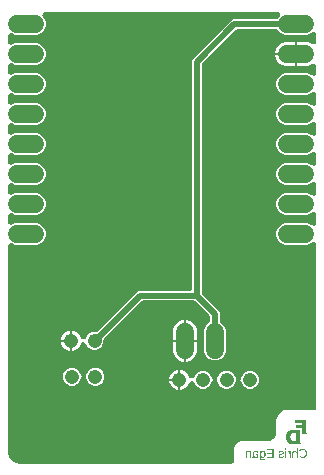
<source format=gbr>
G04 EAGLE Gerber RS-274X export*
G75*
%MOMM*%
%FSLAX34Y34*%
%LPD*%
%INBottom Copper*%
%IPPOS*%
%AMOC8*
5,1,8,0,0,1.08239X$1,22.5*%
G01*
G04 Define Apertures*
%ADD10C,1.208000*%
%ADD11C,1.524000*%
%ADD12C,0.508000*%
G36*
X192958Y2741D02*
X193792Y3313D01*
X194337Y4164D01*
X194455Y5594D01*
X194346Y6123D01*
X194319Y6370D01*
X194310Y7614D01*
X194310Y7628D01*
X194310Y15178D01*
X194316Y15302D01*
X194420Y16355D01*
X194468Y16598D01*
X194757Y17551D01*
X194852Y17780D01*
X195321Y18658D01*
X195459Y18864D01*
X196091Y19634D01*
X196266Y19809D01*
X197036Y20441D01*
X197242Y20579D01*
X198120Y21048D01*
X198349Y21143D01*
X199302Y21432D01*
X199545Y21480D01*
X200598Y21584D01*
X200722Y21590D01*
X222125Y21590D01*
X222374Y21602D01*
X223488Y21712D01*
X223976Y21809D01*
X224927Y22097D01*
X225387Y22288D01*
X226263Y22756D01*
X226677Y23033D01*
X227445Y23663D01*
X227797Y24015D01*
X228427Y24783D01*
X228704Y25197D01*
X229172Y26073D01*
X229363Y26533D01*
X229651Y27484D01*
X229748Y27972D01*
X229858Y29086D01*
X229870Y29335D01*
X229870Y38044D01*
X229875Y38155D01*
X230015Y39754D01*
X230053Y39971D01*
X230454Y41468D01*
X230530Y41676D01*
X231184Y43079D01*
X231295Y43271D01*
X232183Y44540D01*
X232325Y44709D01*
X233421Y45805D01*
X233590Y45947D01*
X234859Y46835D01*
X235051Y46946D01*
X236454Y47600D01*
X236662Y47676D01*
X238159Y48077D01*
X238376Y48115D01*
X239975Y48255D01*
X240086Y48260D01*
X256478Y48260D01*
X256602Y48254D01*
X258150Y48101D01*
X258394Y48053D01*
X259025Y47861D01*
X259763Y47752D01*
X260873Y47752D01*
X261089Y47724D01*
X262097Y47794D01*
X262998Y48252D01*
X263650Y49025D01*
X263960Y50242D01*
X263960Y187521D01*
X263759Y188512D01*
X263187Y189346D01*
X262336Y189891D01*
X261339Y190060D01*
X260355Y189828D01*
X259639Y189328D01*
X256270Y187933D01*
X237393Y187933D01*
X234032Y189325D01*
X231460Y191897D01*
X230067Y195258D01*
X230067Y198895D01*
X231460Y202256D01*
X234032Y204828D01*
X237393Y206221D01*
X256270Y206221D01*
X259641Y204824D01*
X260467Y204277D01*
X261461Y204092D01*
X262448Y204309D01*
X263273Y204894D01*
X263804Y205754D01*
X263960Y206632D01*
X263960Y212921D01*
X263759Y213912D01*
X263187Y214746D01*
X262336Y215291D01*
X261339Y215460D01*
X260355Y215228D01*
X259639Y214728D01*
X256270Y213333D01*
X237393Y213333D01*
X234032Y214725D01*
X231460Y217297D01*
X230067Y220658D01*
X230067Y224295D01*
X231460Y227656D01*
X234032Y230228D01*
X237393Y231621D01*
X256270Y231621D01*
X259641Y230224D01*
X260467Y229677D01*
X261461Y229492D01*
X262448Y229709D01*
X263273Y230294D01*
X263804Y231154D01*
X263960Y232032D01*
X263960Y238321D01*
X263759Y239312D01*
X263187Y240146D01*
X262336Y240691D01*
X261339Y240860D01*
X260355Y240628D01*
X259639Y240128D01*
X256270Y238733D01*
X237393Y238733D01*
X234032Y240125D01*
X231460Y242697D01*
X230067Y246058D01*
X230067Y249695D01*
X231460Y253056D01*
X234032Y255628D01*
X237393Y257021D01*
X256270Y257021D01*
X259641Y255624D01*
X260467Y255077D01*
X261461Y254892D01*
X262448Y255109D01*
X263273Y255694D01*
X263804Y256554D01*
X263960Y257432D01*
X263960Y263721D01*
X263759Y264712D01*
X263187Y265546D01*
X262336Y266091D01*
X261339Y266260D01*
X260355Y266028D01*
X259639Y265528D01*
X256270Y264133D01*
X237393Y264133D01*
X234032Y265525D01*
X231460Y268097D01*
X230067Y271458D01*
X230067Y275095D01*
X231460Y278456D01*
X234032Y281028D01*
X237393Y282421D01*
X256270Y282421D01*
X259641Y281024D01*
X260467Y280477D01*
X261461Y280292D01*
X262448Y280509D01*
X263273Y281094D01*
X263804Y281954D01*
X263960Y282832D01*
X263960Y289121D01*
X263759Y290112D01*
X263187Y290946D01*
X262336Y291491D01*
X261339Y291660D01*
X260355Y291428D01*
X259639Y290928D01*
X256270Y289533D01*
X237393Y289533D01*
X234032Y290925D01*
X231460Y293497D01*
X230067Y296858D01*
X230067Y300495D01*
X231460Y303856D01*
X234032Y306428D01*
X237393Y307821D01*
X256270Y307821D01*
X259641Y306424D01*
X260467Y305877D01*
X261461Y305692D01*
X262448Y305909D01*
X263273Y306494D01*
X263804Y307354D01*
X263960Y308232D01*
X263960Y314521D01*
X263759Y315512D01*
X263187Y316346D01*
X262336Y316891D01*
X261339Y317060D01*
X260355Y316828D01*
X259639Y316328D01*
X256270Y314933D01*
X237393Y314933D01*
X234032Y316325D01*
X231460Y318897D01*
X230067Y322258D01*
X230067Y325895D01*
X231460Y329256D01*
X234032Y331828D01*
X237393Y333221D01*
X256270Y333221D01*
X259641Y331824D01*
X260467Y331277D01*
X261461Y331092D01*
X262448Y331309D01*
X263273Y331894D01*
X263804Y332754D01*
X263960Y333632D01*
X263960Y338617D01*
X263759Y339607D01*
X263187Y340441D01*
X262336Y340986D01*
X261339Y341155D01*
X260448Y340963D01*
X256472Y339317D01*
X247593Y339317D01*
X247593Y359637D01*
X256472Y359637D01*
X260448Y357990D01*
X261440Y357796D01*
X262429Y358005D01*
X263259Y358584D01*
X263797Y359440D01*
X263960Y360336D01*
X263960Y365321D01*
X263759Y366312D01*
X263187Y367146D01*
X262336Y367691D01*
X261339Y367860D01*
X260355Y367628D01*
X259639Y367128D01*
X256270Y365733D01*
X237393Y365733D01*
X234032Y367125D01*
X231102Y370054D01*
X231102Y370053D01*
X231081Y370084D01*
X230234Y370635D01*
X229300Y370813D01*
X197272Y370813D01*
X196281Y370611D01*
X195476Y370069D01*
X167368Y341961D01*
X166810Y341118D01*
X166624Y340165D01*
X166624Y147515D01*
X166825Y146525D01*
X167368Y145719D01*
X181245Y131842D01*
X181864Y130348D01*
X181864Y124211D01*
X182065Y123221D01*
X182637Y122387D01*
X182660Y122372D01*
X185552Y119480D01*
X186944Y116119D01*
X186944Y97241D01*
X185552Y93880D01*
X182980Y91308D01*
X179619Y89916D01*
X175981Y89916D01*
X172620Y91308D01*
X170048Y93880D01*
X168656Y97241D01*
X168656Y116119D01*
X170048Y119480D01*
X172978Y122409D01*
X172977Y122410D01*
X173007Y122430D01*
X173558Y123278D01*
X173736Y124211D01*
X173736Y126805D01*
X173535Y127795D01*
X172992Y128601D01*
X161621Y139972D01*
X160778Y140530D01*
X159825Y140716D01*
X117035Y140716D01*
X116045Y140515D01*
X115239Y139972D01*
X84348Y109081D01*
X83790Y108238D01*
X83604Y107285D01*
X83604Y105175D01*
X82452Y102395D01*
X80325Y100268D01*
X77545Y99116D01*
X74535Y99116D01*
X71755Y100268D01*
X69628Y102395D01*
X68937Y104064D01*
X68372Y104902D01*
X67524Y105453D01*
X66529Y105631D01*
X65544Y105406D01*
X64724Y104815D01*
X64243Y104064D01*
X63314Y101820D01*
X60900Y99406D01*
X57747Y98100D01*
X56802Y98100D01*
X56802Y115260D01*
X57747Y115260D01*
X60900Y113954D01*
X63314Y111540D01*
X64243Y109296D01*
X64808Y108458D01*
X65655Y107907D01*
X66651Y107729D01*
X67636Y107954D01*
X68456Y108545D01*
X68937Y109296D01*
X69628Y110965D01*
X71755Y113092D01*
X74535Y114244D01*
X76965Y114244D01*
X77955Y114445D01*
X78761Y114988D01*
X111998Y148225D01*
X113492Y148844D01*
X155956Y148844D01*
X156947Y149045D01*
X157780Y149617D01*
X158325Y150468D01*
X158496Y151384D01*
X158496Y343708D01*
X159115Y345202D01*
X192234Y378322D01*
X193728Y378941D01*
X229300Y378941D01*
X230291Y379142D01*
X231125Y379713D01*
X231140Y379737D01*
X232387Y380984D01*
X232946Y381827D01*
X233131Y382821D01*
X232914Y383808D01*
X232329Y384632D01*
X231469Y385164D01*
X230591Y385320D01*
X34472Y385320D01*
X33481Y385119D01*
X32647Y384547D01*
X32102Y383696D01*
X31933Y382699D01*
X32166Y381715D01*
X32676Y380984D01*
X33603Y380056D01*
X34995Y376695D01*
X34995Y373058D01*
X33603Y369697D01*
X31031Y367125D01*
X27670Y365733D01*
X8793Y365733D01*
X6052Y366868D01*
X5060Y367061D01*
X4071Y366852D01*
X3242Y366274D01*
X2704Y365418D01*
X2540Y364521D01*
X2540Y359832D01*
X2741Y358841D01*
X3313Y358008D01*
X4164Y357463D01*
X5161Y357293D01*
X6052Y357485D01*
X8793Y358621D01*
X27670Y358621D01*
X31031Y357228D01*
X33603Y354656D01*
X34995Y351295D01*
X34995Y347658D01*
X33603Y344297D01*
X31031Y341725D01*
X27670Y340333D01*
X8793Y340333D01*
X6052Y341468D01*
X5060Y341661D01*
X4071Y341452D01*
X3242Y340874D01*
X2704Y340018D01*
X2540Y339121D01*
X2540Y334432D01*
X2741Y333441D01*
X3313Y332608D01*
X4164Y332063D01*
X5161Y331893D01*
X6052Y332085D01*
X8793Y333221D01*
X27670Y333221D01*
X31031Y331828D01*
X33603Y329256D01*
X34995Y325895D01*
X34995Y322258D01*
X33603Y318897D01*
X31031Y316325D01*
X27670Y314933D01*
X8793Y314933D01*
X6052Y316068D01*
X5060Y316261D01*
X4071Y316052D01*
X3242Y315474D01*
X2704Y314618D01*
X2540Y313721D01*
X2540Y309032D01*
X2741Y308041D01*
X3313Y307208D01*
X4164Y306663D01*
X5161Y306493D01*
X6052Y306685D01*
X8793Y307821D01*
X27670Y307821D01*
X31031Y306428D01*
X33603Y303856D01*
X34995Y300495D01*
X34995Y296858D01*
X33603Y293497D01*
X31031Y290925D01*
X27670Y289533D01*
X8793Y289533D01*
X6052Y290668D01*
X5060Y290861D01*
X4071Y290652D01*
X3242Y290074D01*
X2704Y289218D01*
X2540Y288321D01*
X2540Y283632D01*
X2741Y282641D01*
X3313Y281808D01*
X4164Y281263D01*
X5161Y281093D01*
X6052Y281285D01*
X8793Y282421D01*
X27670Y282421D01*
X31031Y281028D01*
X33603Y278456D01*
X34995Y275095D01*
X34995Y271458D01*
X33603Y268097D01*
X31031Y265525D01*
X27670Y264133D01*
X8793Y264133D01*
X6052Y265268D01*
X5060Y265461D01*
X4071Y265252D01*
X3242Y264674D01*
X2704Y263818D01*
X2540Y262921D01*
X2540Y258232D01*
X2741Y257241D01*
X3313Y256408D01*
X4164Y255863D01*
X5161Y255693D01*
X6052Y255885D01*
X8793Y257021D01*
X27670Y257021D01*
X31031Y255628D01*
X33603Y253056D01*
X34995Y249695D01*
X34995Y246058D01*
X33603Y242697D01*
X31031Y240125D01*
X27670Y238733D01*
X8793Y238733D01*
X6052Y239868D01*
X5060Y240061D01*
X4071Y239852D01*
X3242Y239274D01*
X2704Y238418D01*
X2540Y237521D01*
X2540Y232832D01*
X2741Y231841D01*
X3313Y231008D01*
X4164Y230463D01*
X5161Y230293D01*
X6052Y230485D01*
X8793Y231621D01*
X27670Y231621D01*
X31031Y230228D01*
X33603Y227656D01*
X34995Y224295D01*
X34995Y220658D01*
X33603Y217297D01*
X31031Y214725D01*
X27670Y213333D01*
X8793Y213333D01*
X6052Y214468D01*
X5060Y214661D01*
X4071Y214452D01*
X3242Y213874D01*
X2704Y213018D01*
X2540Y212121D01*
X2540Y207432D01*
X2741Y206441D01*
X3313Y205608D01*
X4164Y205063D01*
X5161Y204893D01*
X6052Y205085D01*
X8793Y206221D01*
X27670Y206221D01*
X31031Y204828D01*
X33603Y202256D01*
X34995Y198895D01*
X34995Y195258D01*
X33603Y191897D01*
X31031Y189325D01*
X27670Y187933D01*
X8793Y187933D01*
X6052Y189068D01*
X5060Y189261D01*
X4071Y189052D01*
X3242Y188474D01*
X2704Y187618D01*
X2540Y186721D01*
X2540Y12700D01*
X2627Y12043D01*
X3647Y8233D01*
X4305Y7094D01*
X7094Y4305D01*
X8233Y3647D01*
X12043Y2627D01*
X12700Y2540D01*
X191968Y2540D01*
X192958Y2741D01*
G37*
%LPC*%
G36*
X229051Y350239D02*
X229051Y351497D01*
X230598Y355232D01*
X233456Y358090D01*
X237191Y359637D01*
X246069Y359637D01*
X246069Y350239D01*
X229051Y350239D01*
G37*
G36*
X237191Y339317D02*
X233456Y340863D01*
X230598Y343721D01*
X229051Y347456D01*
X229051Y348715D01*
X246069Y348715D01*
X246069Y339317D01*
X237191Y339317D01*
G37*
G36*
X142240Y107442D02*
X142240Y116321D01*
X143787Y120055D01*
X146645Y122913D01*
X150379Y124460D01*
X151638Y124460D01*
X151638Y107442D01*
X142240Y107442D01*
G37*
G36*
X153162Y107442D02*
X153162Y124460D01*
X154421Y124460D01*
X158155Y122913D01*
X161013Y120055D01*
X162560Y116321D01*
X162560Y107442D01*
X153162Y107442D01*
G37*
G36*
X47460Y107442D02*
X47460Y108387D01*
X48766Y111540D01*
X51180Y113954D01*
X54333Y115260D01*
X55278Y115260D01*
X55278Y107442D01*
X47460Y107442D01*
G37*
G36*
X153162Y88900D02*
X153162Y105918D01*
X162560Y105918D01*
X162560Y97039D01*
X161013Y93305D01*
X158155Y90447D01*
X154421Y88900D01*
X153162Y88900D01*
G37*
G36*
X150379Y88900D02*
X146645Y90447D01*
X143787Y93305D01*
X142240Y97039D01*
X142240Y105918D01*
X151638Y105918D01*
X151638Y88900D01*
X150379Y88900D01*
G37*
G36*
X54333Y98100D02*
X51180Y99406D01*
X48766Y101820D01*
X47460Y104973D01*
X47460Y105918D01*
X55278Y105918D01*
X55278Y98100D01*
X54333Y98100D01*
G37*
G36*
X75335Y68636D02*
X72555Y69788D01*
X70428Y71915D01*
X69187Y74911D01*
X68622Y75749D01*
X67946Y76189D01*
X68706Y76738D01*
X69187Y77489D01*
X70428Y80485D01*
X72555Y82612D01*
X75335Y83764D01*
X78345Y83764D01*
X81125Y82612D01*
X83252Y80485D01*
X84404Y77705D01*
X84404Y74695D01*
X83252Y71915D01*
X81125Y69788D01*
X78345Y68636D01*
X75335Y68636D01*
G37*
G36*
X55335Y68636D02*
X52555Y69788D01*
X50428Y71915D01*
X49276Y74695D01*
X49276Y77705D01*
X50428Y80485D01*
X52555Y82612D01*
X55335Y83764D01*
X58345Y83764D01*
X61125Y82612D01*
X63252Y80485D01*
X64493Y77489D01*
X65058Y76651D01*
X65734Y76211D01*
X64974Y75662D01*
X64493Y74911D01*
X63252Y71915D01*
X61125Y69788D01*
X58345Y68636D01*
X55335Y68636D01*
G37*
G36*
X139220Y74422D02*
X139220Y75367D01*
X140526Y78520D01*
X142940Y80934D01*
X146093Y82240D01*
X147038Y82240D01*
X147038Y74422D01*
X139220Y74422D01*
G37*
G36*
X148562Y65080D02*
X148562Y82240D01*
X149507Y82240D01*
X152660Y80934D01*
X155074Y78520D01*
X156003Y76276D01*
X156568Y75438D01*
X157415Y74887D01*
X158411Y74709D01*
X159396Y74934D01*
X160216Y75525D01*
X160697Y76276D01*
X161388Y77945D01*
X163515Y80072D01*
X166295Y81224D01*
X169305Y81224D01*
X172085Y80072D01*
X174212Y77945D01*
X175453Y74949D01*
X176018Y74111D01*
X176694Y73671D01*
X175934Y73122D01*
X175453Y72371D01*
X174212Y69375D01*
X172085Y67248D01*
X169305Y66096D01*
X166295Y66096D01*
X163515Y67248D01*
X161388Y69375D01*
X160697Y71044D01*
X160132Y71882D01*
X159284Y72433D01*
X158289Y72611D01*
X157304Y72386D01*
X156484Y71795D01*
X156003Y71044D01*
X155074Y68800D01*
X152660Y66386D01*
X149507Y65080D01*
X148562Y65080D01*
G37*
G36*
X206295Y66096D02*
X203515Y67248D01*
X201388Y69375D01*
X200147Y72371D01*
X199582Y73209D01*
X198906Y73649D01*
X199666Y74198D01*
X200147Y74949D01*
X201388Y77945D01*
X203515Y80072D01*
X206295Y81224D01*
X209305Y81224D01*
X212085Y80072D01*
X214212Y77945D01*
X215364Y75165D01*
X215364Y72155D01*
X214212Y69375D01*
X212085Y67248D01*
X209305Y66096D01*
X206295Y66096D01*
G37*
G36*
X186295Y66096D02*
X183515Y67248D01*
X181388Y69375D01*
X180147Y72371D01*
X179582Y73209D01*
X178906Y73649D01*
X179666Y74198D01*
X180147Y74949D01*
X181388Y77945D01*
X183515Y80072D01*
X186295Y81224D01*
X189305Y81224D01*
X192085Y80072D01*
X194212Y77945D01*
X195453Y74949D01*
X196018Y74111D01*
X196694Y73671D01*
X195934Y73122D01*
X195453Y72371D01*
X194212Y69375D01*
X192085Y67248D01*
X189305Y66096D01*
X186295Y66096D01*
G37*
G36*
X146093Y65080D02*
X142940Y66386D01*
X140526Y68800D01*
X139220Y71953D01*
X139220Y72898D01*
X147038Y72898D01*
X147038Y65080D01*
X146093Y65080D01*
G37*
%LPD*%
G36*
X218886Y5412D02*
X219279Y5480D01*
X219626Y5594D01*
X219925Y5754D01*
X220176Y5956D01*
X220378Y6196D01*
X220530Y6474D01*
X220634Y6791D01*
X219684Y6927D01*
X219622Y6742D01*
X219532Y6579D01*
X219413Y6439D01*
X219266Y6321D01*
X219092Y6228D01*
X218893Y6161D01*
X218668Y6122D01*
X218419Y6108D01*
X218248Y6115D01*
X218239Y6116D01*
X218088Y6134D01*
X217939Y6166D01*
X217801Y6212D01*
X217674Y6270D01*
X217558Y6341D01*
X217453Y6425D01*
X217360Y6522D01*
X217277Y6631D01*
X217205Y6754D01*
X217095Y7038D01*
X217029Y7374D01*
X217007Y7762D01*
X217007Y8675D01*
X217017Y8675D01*
X217163Y8419D01*
X217335Y8197D01*
X217531Y8008D01*
X217744Y7859D01*
X217752Y7854D01*
X217995Y7733D01*
X218258Y7647D01*
X218541Y7595D01*
X218844Y7578D01*
X219096Y7589D01*
X219331Y7621D01*
X219549Y7675D01*
X219750Y7751D01*
X219933Y7849D01*
X220099Y7968D01*
X220248Y8108D01*
X220379Y8271D01*
X220494Y8456D01*
X220594Y8667D01*
X220678Y8902D01*
X220747Y9162D01*
X220801Y9447D01*
X220839Y9756D01*
X220862Y10090D01*
X220870Y10449D01*
X220862Y10813D01*
X220837Y11153D01*
X220796Y11468D01*
X220738Y11758D01*
X220664Y12024D01*
X220573Y12265D01*
X220466Y12481D01*
X220342Y12672D01*
X220202Y12840D01*
X220044Y12986D01*
X219870Y13109D01*
X219678Y13210D01*
X219469Y13288D01*
X219243Y13344D01*
X218999Y13377D01*
X218739Y13389D01*
X218447Y13371D01*
X218175Y13320D01*
X217923Y13234D01*
X217692Y13113D01*
X217482Y12961D01*
X217299Y12779D01*
X217140Y12568D01*
X217007Y12328D01*
X216996Y12328D01*
X216975Y12874D01*
X216954Y13175D01*
X216933Y13299D01*
X216036Y13299D01*
X216059Y12864D01*
X216067Y12124D01*
X216067Y7783D01*
X216076Y7493D01*
X216104Y7222D01*
X216151Y6969D01*
X216216Y6736D01*
X216299Y6521D01*
X216401Y6324D01*
X216522Y6147D01*
X216661Y5988D01*
X216819Y5847D01*
X216996Y5726D01*
X217191Y5623D01*
X217405Y5539D01*
X217637Y5473D01*
X217888Y5427D01*
X218157Y5399D01*
X218445Y5389D01*
X218886Y5412D01*
G37*
%LPC*%
G36*
X218307Y8293D02*
X218102Y8342D01*
X217910Y8424D01*
X217731Y8539D01*
X217568Y8684D01*
X217480Y8790D01*
X217424Y8858D01*
X217300Y9061D01*
X217196Y9292D01*
X217113Y9549D01*
X217054Y9829D01*
X217018Y10133D01*
X217007Y10460D01*
X217018Y10794D01*
X217054Y11105D01*
X217113Y11391D01*
X217196Y11654D01*
X217300Y11890D01*
X217423Y12096D01*
X217566Y12273D01*
X217728Y12420D01*
X217906Y12536D01*
X218095Y12619D01*
X218296Y12669D01*
X218508Y12685D01*
X218683Y12677D01*
X218845Y12653D01*
X218996Y12611D01*
X219134Y12554D01*
X219259Y12480D01*
X219373Y12390D01*
X219474Y12283D01*
X219563Y12160D01*
X219640Y12019D01*
X219708Y11857D01*
X219764Y11675D01*
X219811Y11473D01*
X219873Y11007D01*
X219894Y10460D01*
X219874Y9918D01*
X219816Y9458D01*
X219773Y9259D01*
X219719Y9081D01*
X219656Y8923D01*
X219584Y8785D01*
X219500Y8666D01*
X219401Y8563D01*
X219290Y8475D01*
X219164Y8403D01*
X219025Y8348D01*
X218871Y8308D01*
X218704Y8284D01*
X218524Y8276D01*
X218307Y8293D01*
G37*
%LPD*%
G36*
X213387Y7522D02*
X213581Y7543D01*
X213761Y7579D01*
X213929Y7628D01*
X214083Y7691D01*
X214224Y7769D01*
X214351Y7861D01*
X214465Y7966D01*
X214566Y8085D01*
X214654Y8213D01*
X214728Y8352D01*
X214788Y8502D01*
X214835Y8662D01*
X214869Y8833D01*
X214889Y9014D01*
X214896Y9205D01*
X214887Y9419D01*
X214860Y9621D01*
X214814Y9809D01*
X214751Y9985D01*
X214669Y10148D01*
X214570Y10298D01*
X214452Y10435D01*
X214316Y10559D01*
X214160Y10671D01*
X213981Y10768D01*
X213781Y10852D01*
X213558Y10922D01*
X213313Y10978D01*
X213046Y11020D01*
X212756Y11049D01*
X212445Y11063D01*
X211169Y11084D01*
X211169Y11394D01*
X211187Y11716D01*
X211243Y11988D01*
X211334Y12212D01*
X211463Y12386D01*
X211631Y12517D01*
X211841Y12611D01*
X212093Y12667D01*
X212387Y12685D01*
X212683Y12672D01*
X212935Y12632D01*
X213145Y12564D01*
X213311Y12470D01*
X213441Y12346D01*
X213542Y12191D01*
X213614Y12003D01*
X213657Y11782D01*
X214644Y11872D01*
X214607Y12057D01*
X214555Y12231D01*
X214490Y12393D01*
X214411Y12542D01*
X214318Y12680D01*
X214210Y12806D01*
X214089Y12919D01*
X213954Y13021D01*
X213804Y13111D01*
X213641Y13189D01*
X213463Y13255D01*
X213272Y13309D01*
X213066Y13351D01*
X212847Y13380D01*
X212613Y13398D01*
X212366Y13404D01*
X212106Y13397D01*
X211864Y13374D01*
X211637Y13335D01*
X211428Y13282D01*
X211234Y13213D01*
X211058Y13128D01*
X210898Y13029D01*
X210754Y12914D01*
X210628Y12784D01*
X210518Y12641D01*
X210425Y12484D01*
X210349Y12313D01*
X210290Y12129D01*
X210248Y11931D01*
X210222Y11719D01*
X210214Y11494D01*
X210214Y9048D01*
X210207Y8851D01*
X210186Y8680D01*
X210152Y8534D01*
X210104Y8415D01*
X210036Y8322D01*
X209943Y8256D01*
X209826Y8216D01*
X209684Y8203D01*
X209538Y8212D01*
X209374Y8239D01*
X209374Y7651D01*
X209735Y7589D01*
X210104Y7568D01*
X210348Y7585D01*
X210557Y7636D01*
X210730Y7723D01*
X210867Y7843D01*
X210974Y8000D01*
X211054Y8197D01*
X211109Y8432D01*
X211138Y8707D01*
X211169Y8707D01*
X211358Y8405D01*
X211561Y8151D01*
X211779Y7944D01*
X212012Y7785D01*
X212265Y7667D01*
X212544Y7583D01*
X212849Y7532D01*
X213179Y7515D01*
X213387Y7522D01*
G37*
%LPC*%
G36*
X212712Y8238D02*
X212473Y8283D01*
X212250Y8357D01*
X212040Y8460D01*
X211849Y8589D01*
X211679Y8740D01*
X211530Y8913D01*
X211403Y9108D01*
X211300Y9316D01*
X211227Y9526D01*
X211184Y9739D01*
X211169Y9956D01*
X211169Y10423D01*
X212203Y10402D01*
X212516Y10390D01*
X212789Y10363D01*
X213021Y10321D01*
X213214Y10266D01*
X213375Y10194D01*
X213517Y10105D01*
X213639Y10000D01*
X213741Y9877D01*
X213821Y9736D01*
X213879Y9574D01*
X213913Y9392D01*
X213925Y9189D01*
X213909Y8972D01*
X213862Y8780D01*
X213785Y8615D01*
X213675Y8476D01*
X213538Y8365D01*
X213373Y8287D01*
X213182Y8239D01*
X212964Y8224D01*
X212712Y8238D01*
G37*
%LPD*%
G36*
X227596Y15016D02*
X221984Y15016D01*
X221984Y14197D01*
X226593Y14197D01*
X226593Y11824D01*
X222299Y11824D01*
X222299Y11016D01*
X226593Y11016D01*
X226593Y8439D01*
X221769Y8439D01*
X221769Y7620D01*
X227596Y7620D01*
X227596Y15016D01*
G37*
G36*
X252663Y7522D02*
X252928Y7544D01*
X253184Y7580D01*
X253431Y7631D01*
X253668Y7696D01*
X253895Y7776D01*
X254114Y7871D01*
X254322Y7980D01*
X254520Y8102D01*
X254706Y8237D01*
X254880Y8384D01*
X255041Y8544D01*
X255191Y8716D01*
X255328Y8901D01*
X255453Y9098D01*
X255566Y9308D01*
X255667Y9528D01*
X255753Y9759D01*
X255827Y10000D01*
X255887Y10250D01*
X255934Y10511D01*
X255967Y10781D01*
X255987Y11062D01*
X255994Y11352D01*
X255979Y11782D01*
X255934Y12189D01*
X255860Y12571D01*
X255755Y12929D01*
X255621Y13264D01*
X255457Y13574D01*
X255263Y13861D01*
X255039Y14124D01*
X254788Y14359D01*
X254515Y14562D01*
X254219Y14734D01*
X253900Y14875D01*
X253558Y14985D01*
X253192Y15063D01*
X252804Y15110D01*
X252393Y15126D01*
X252104Y15119D01*
X251827Y15097D01*
X251562Y15061D01*
X251309Y15011D01*
X251069Y14946D01*
X250840Y14866D01*
X250624Y14772D01*
X250420Y14664D01*
X250228Y14542D01*
X250050Y14405D01*
X249884Y14255D01*
X249732Y14091D01*
X249593Y13913D01*
X249467Y13720D01*
X249354Y13514D01*
X249254Y13294D01*
X250204Y12979D01*
X250353Y13283D01*
X250540Y13549D01*
X250766Y13776D01*
X251031Y13966D01*
X251329Y14115D01*
X251654Y14222D01*
X252005Y14286D01*
X252383Y14307D01*
X252681Y14295D01*
X252963Y14258D01*
X253227Y14196D01*
X253475Y14110D01*
X253705Y13999D01*
X253918Y13863D01*
X254114Y13702D01*
X254293Y13517D01*
X254453Y13311D01*
X254592Y13086D01*
X254709Y12842D01*
X254805Y12581D01*
X254880Y12301D01*
X254933Y12003D01*
X254965Y11687D01*
X254976Y11352D01*
X254965Y11021D01*
X254931Y10706D01*
X254876Y10407D01*
X254798Y10126D01*
X254698Y9861D01*
X254576Y9612D01*
X254431Y9381D01*
X254265Y9166D01*
X254079Y8972D01*
X253878Y8804D01*
X253661Y8662D01*
X253428Y8546D01*
X253180Y8455D01*
X252916Y8391D01*
X252636Y8352D01*
X252341Y8339D01*
X251964Y8363D01*
X251612Y8435D01*
X251284Y8555D01*
X250980Y8724D01*
X250700Y8940D01*
X250444Y9204D01*
X250213Y9517D01*
X250005Y9877D01*
X249186Y9468D01*
X249306Y9236D01*
X249438Y9019D01*
X249581Y8815D01*
X249735Y8627D01*
X249902Y8452D01*
X250079Y8292D01*
X250269Y8145D01*
X250470Y8014D01*
X250680Y7897D01*
X250899Y7796D01*
X251127Y7710D01*
X251363Y7640D01*
X251606Y7585D01*
X251859Y7546D01*
X252119Y7523D01*
X252388Y7515D01*
X252663Y7522D01*
G37*
G36*
X244460Y11221D02*
X244466Y11501D01*
X244487Y11742D01*
X244522Y11946D01*
X244570Y12111D01*
X244634Y12247D01*
X244715Y12363D01*
X244815Y12460D01*
X244932Y12538D01*
X245070Y12598D01*
X245233Y12641D01*
X245419Y12666D01*
X245630Y12675D01*
X245793Y12668D01*
X245947Y12646D01*
X246093Y12610D01*
X246230Y12559D01*
X246360Y12494D01*
X246481Y12415D01*
X246698Y12213D01*
X246874Y11962D01*
X246943Y11821D01*
X246999Y11671D01*
X247043Y11510D01*
X247075Y11340D01*
X247094Y11159D01*
X247100Y10969D01*
X247100Y7620D01*
X248045Y7620D01*
X248045Y15410D01*
X247100Y15410D01*
X247100Y13383D01*
X247118Y12722D01*
X247142Y12328D01*
X247126Y12328D01*
X246966Y12588D01*
X246791Y12811D01*
X246600Y12996D01*
X246394Y13145D01*
X246166Y13258D01*
X245909Y13339D01*
X245624Y13388D01*
X245310Y13404D01*
X245087Y13397D01*
X244878Y13376D01*
X244685Y13340D01*
X244507Y13290D01*
X244345Y13225D01*
X244197Y13146D01*
X244065Y13053D01*
X243948Y12945D01*
X243845Y12821D01*
X243756Y12677D01*
X243681Y12513D01*
X243619Y12330D01*
X243571Y12128D01*
X243537Y11906D01*
X243516Y11665D01*
X243510Y11405D01*
X243510Y7620D01*
X244460Y7620D01*
X244460Y11221D01*
G37*
G36*
X205053Y11221D02*
X205060Y11486D01*
X205081Y11719D01*
X205115Y11922D01*
X205164Y12092D01*
X205227Y12236D01*
X205307Y12359D01*
X205403Y12459D01*
X205515Y12538D01*
X205650Y12598D01*
X205813Y12641D01*
X206004Y12666D01*
X206224Y12675D01*
X206390Y12668D01*
X206547Y12646D01*
X206695Y12609D01*
X206834Y12558D01*
X206964Y12492D01*
X207085Y12412D01*
X207197Y12317D01*
X207300Y12208D01*
X207392Y12085D01*
X207472Y11951D01*
X207540Y11806D01*
X207595Y11650D01*
X207638Y11482D01*
X207669Y11303D01*
X207687Y11113D01*
X207694Y10911D01*
X207694Y7620D01*
X208638Y7620D01*
X208638Y12087D01*
X208646Y12886D01*
X208670Y13299D01*
X207778Y13299D01*
X207767Y13158D01*
X207754Y12893D01*
X207736Y12328D01*
X207720Y12328D01*
X207551Y12601D01*
X207369Y12830D01*
X207174Y13017D01*
X206967Y13160D01*
X206740Y13267D01*
X206487Y13343D01*
X206208Y13389D01*
X205904Y13404D01*
X205678Y13397D01*
X205468Y13375D01*
X205273Y13339D01*
X205095Y13288D01*
X204932Y13223D01*
X204784Y13143D01*
X204652Y13049D01*
X204536Y12940D01*
X204435Y12814D01*
X204347Y12670D01*
X204272Y12506D01*
X204212Y12324D01*
X204164Y12122D01*
X204130Y11902D01*
X204110Y11663D01*
X204103Y11405D01*
X204103Y7620D01*
X205053Y7620D01*
X205053Y11221D01*
G37*
G36*
X234670Y7537D02*
X235109Y7602D01*
X235306Y7651D01*
X235488Y7711D01*
X235654Y7782D01*
X235805Y7864D01*
X235943Y7957D01*
X236068Y8063D01*
X236180Y8181D01*
X236280Y8311D01*
X236367Y8453D01*
X236442Y8608D01*
X236504Y8774D01*
X236553Y8953D01*
X235719Y9116D01*
X235642Y8903D01*
X235534Y8720D01*
X235393Y8568D01*
X235220Y8447D01*
X235013Y8354D01*
X234769Y8287D01*
X234488Y8247D01*
X234170Y8234D01*
X233835Y8248D01*
X233548Y8289D01*
X233309Y8358D01*
X233118Y8455D01*
X232972Y8579D01*
X232868Y8730D01*
X232805Y8909D01*
X232785Y9116D01*
X232799Y9276D01*
X232842Y9420D01*
X232914Y9549D01*
X233015Y9662D01*
X233149Y9762D01*
X233317Y9853D01*
X233521Y9935D01*
X233761Y10008D01*
X234438Y10187D01*
X234815Y10291D01*
X235134Y10395D01*
X235394Y10497D01*
X235595Y10599D01*
X235758Y10705D01*
X235902Y10823D01*
X236027Y10951D01*
X236133Y11090D01*
X236218Y11242D01*
X236279Y11411D01*
X236315Y11596D01*
X236328Y11798D01*
X236319Y11987D01*
X236293Y12164D01*
X236250Y12329D01*
X236189Y12483D01*
X236111Y12625D01*
X236016Y12755D01*
X235904Y12874D01*
X235774Y12982D01*
X235627Y13077D01*
X235465Y13160D01*
X235287Y13230D01*
X235093Y13287D01*
X234884Y13331D01*
X234658Y13363D01*
X234417Y13382D01*
X234160Y13389D01*
X233714Y13368D01*
X233317Y13306D01*
X232967Y13203D01*
X232666Y13058D01*
X232534Y12969D01*
X232415Y12868D01*
X232308Y12754D01*
X232214Y12628D01*
X232133Y12489D01*
X232065Y12338D01*
X232009Y12174D01*
X231966Y11998D01*
X232816Y11893D01*
X232872Y12071D01*
X232961Y12227D01*
X233083Y12361D01*
X233239Y12473D01*
X233425Y12561D01*
X233641Y12624D01*
X233886Y12662D01*
X234160Y12675D01*
X234459Y12663D01*
X234716Y12626D01*
X234931Y12566D01*
X235105Y12481D01*
X235238Y12371D01*
X235333Y12237D01*
X235390Y12077D01*
X235409Y11893D01*
X235401Y11777D01*
X235378Y11672D01*
X235338Y11578D01*
X235283Y11494D01*
X235127Y11348D01*
X234910Y11226D01*
X234527Y11095D01*
X233871Y10922D01*
X233225Y10740D01*
X232981Y10654D01*
X232790Y10573D01*
X232494Y10404D01*
X232268Y10218D01*
X232098Y10009D01*
X231971Y9769D01*
X231925Y9638D01*
X231892Y9497D01*
X231873Y9348D01*
X231866Y9189D01*
X231875Y8994D01*
X231904Y8811D01*
X231951Y8639D01*
X232018Y8478D01*
X232103Y8329D01*
X232207Y8191D01*
X232330Y8065D01*
X232472Y7951D01*
X232631Y7849D01*
X232806Y7760D01*
X232995Y7685D01*
X233200Y7624D01*
X233420Y7576D01*
X233655Y7542D01*
X233905Y7522D01*
X234170Y7515D01*
X234670Y7537D01*
G37*
G36*
X242076Y11977D02*
X242084Y12607D01*
X242107Y13299D01*
X241215Y13299D01*
X241173Y12139D01*
X241152Y12139D01*
X241035Y12475D01*
X240909Y12754D01*
X240775Y12974D01*
X240632Y13137D01*
X240470Y13254D01*
X240278Y13337D01*
X240056Y13388D01*
X239803Y13404D01*
X239613Y13391D01*
X239420Y13352D01*
X239420Y12486D01*
X239640Y12525D01*
X239924Y12538D01*
X240066Y12530D01*
X240200Y12507D01*
X240326Y12467D01*
X240442Y12412D01*
X240550Y12340D01*
X240649Y12253D01*
X240740Y12151D01*
X240821Y12032D01*
X240957Y11751D01*
X241054Y11416D01*
X241112Y11025D01*
X241131Y10580D01*
X241131Y7620D01*
X242076Y7620D01*
X242076Y11977D01*
G37*
G36*
X238508Y13299D02*
X237564Y13299D01*
X237564Y7620D01*
X238508Y7620D01*
X238508Y13299D01*
G37*
G36*
X238508Y15410D02*
X237564Y15410D01*
X237564Y14507D01*
X238508Y14507D01*
X238508Y15410D01*
G37*
G36*
X255474Y29543D02*
X255375Y30795D01*
X255273Y32688D01*
X255174Y35179D01*
X255102Y37512D01*
X255078Y38932D01*
X255078Y39895D01*
X250173Y39878D01*
X245776Y39895D01*
X245881Y38229D01*
X245916Y37259D01*
X246678Y37285D01*
X247291Y37294D01*
X247904Y37303D01*
X249630Y37303D01*
X251372Y37285D01*
X251451Y35245D01*
X250181Y35218D01*
X248762Y35218D01*
X246888Y35245D01*
X246960Y33769D01*
X246984Y32652D01*
X248211Y32685D01*
X249074Y32696D01*
X250281Y32685D01*
X251592Y32652D01*
X251683Y29499D01*
X251692Y28325D01*
X251692Y27940D01*
X253577Y27958D01*
X255629Y27940D01*
X255474Y29543D01*
G37*
G36*
X250404Y20848D02*
X250302Y22247D01*
X250197Y24296D01*
X250091Y26871D01*
X250031Y28735D01*
X250011Y29981D01*
X250011Y31005D01*
X248243Y30979D01*
X247413Y30989D01*
X246360Y31019D01*
X245231Y31048D01*
X244171Y31058D01*
X243603Y31049D01*
X243070Y31023D01*
X242574Y30979D01*
X242114Y30918D01*
X241679Y30829D01*
X241259Y30703D01*
X240853Y30540D01*
X240463Y30340D01*
X240096Y30104D01*
X239759Y29834D01*
X239454Y29530D01*
X239180Y29192D01*
X238937Y28823D01*
X238725Y28423D01*
X238543Y27993D01*
X238392Y27533D01*
X238273Y27054D01*
X238189Y26568D01*
X238138Y26075D01*
X238121Y25575D01*
X238134Y25085D01*
X238173Y24604D01*
X238239Y24132D01*
X238331Y23670D01*
X238446Y23224D01*
X238583Y22800D01*
X238740Y22398D01*
X238918Y22019D01*
X239114Y21664D01*
X239326Y21335D01*
X239554Y21031D01*
X239798Y20754D01*
X240059Y20498D01*
X240338Y20262D01*
X240635Y20045D01*
X240950Y19847D01*
X241434Y19597D01*
X241922Y19409D01*
X242190Y19334D01*
X242502Y19267D01*
X242860Y19207D01*
X243262Y19155D01*
X243751Y19109D01*
X244271Y19076D01*
X244824Y19057D01*
X245408Y19050D01*
X248946Y19076D01*
X250567Y19050D01*
X250404Y20848D01*
G37*
%LPC*%
G36*
X245339Y21652D02*
X244929Y21682D01*
X244542Y21731D01*
X244180Y21800D01*
X243841Y21901D01*
X243523Y22048D01*
X243226Y22239D01*
X242950Y22475D01*
X242703Y22751D01*
X242490Y23065D01*
X242311Y23415D01*
X242167Y23802D01*
X242056Y24209D01*
X241977Y24622D01*
X241929Y25039D01*
X241913Y25461D01*
X241937Y25962D01*
X242007Y26421D01*
X242125Y26840D01*
X242290Y27217D01*
X242494Y27547D01*
X242729Y27823D01*
X242995Y28044D01*
X243293Y28211D01*
X243634Y28334D01*
X244032Y28422D01*
X244486Y28474D01*
X244996Y28492D01*
X245684Y28479D01*
X246485Y28439D01*
X246780Y21686D01*
X246288Y21653D01*
X245773Y21643D01*
X245339Y21652D01*
G37*
%LPD*%
D10*
X207800Y73660D03*
X187800Y73660D03*
X167800Y73660D03*
X147800Y73660D03*
X56840Y76200D03*
X76840Y76200D03*
X76040Y106680D03*
X56040Y106680D03*
D11*
X177800Y114300D02*
X177800Y99060D01*
X152400Y99060D02*
X152400Y114300D01*
X25851Y197077D02*
X10611Y197077D01*
X10611Y222477D02*
X25851Y222477D01*
X25851Y247877D02*
X10611Y247877D01*
X10611Y273277D02*
X25851Y273277D01*
X25851Y298677D02*
X10611Y298677D01*
X10611Y324077D02*
X25851Y324077D01*
X25851Y349477D02*
X10611Y349477D01*
X10611Y374877D02*
X25851Y374877D01*
X239211Y197077D02*
X254451Y197077D01*
X254451Y222477D02*
X239211Y222477D01*
X239211Y247877D02*
X254451Y247877D01*
X254451Y273277D02*
X239211Y273277D01*
X239211Y298677D02*
X254451Y298677D01*
X254451Y324077D02*
X239211Y324077D01*
X239211Y349477D02*
X254451Y349477D01*
X254451Y374877D02*
X239211Y374877D01*
D12*
X177800Y129540D02*
X177800Y106680D01*
X177800Y129540D02*
X162560Y144780D01*
X162560Y342900D01*
X76200Y106680D02*
X76040Y106680D01*
X76200Y106680D02*
X114300Y144780D01*
X162560Y144780D01*
X162560Y342900D02*
X194537Y374877D01*
X246831Y374877D01*
M02*

</source>
